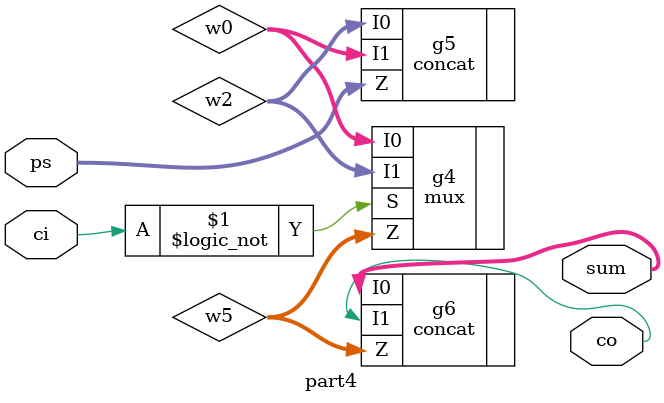
<source format=v>

module part2(res, ps2, ps1);
//: interface  /sz:(85, 40) /bd:[ Ti0>ps1[3:0](54/85) Ti1>ps2[3:0](19/85) Bo0<res[5:0](49/85) ]
input [3:0] ps1;    //: /sn:0 /dp:1 {0}(119,190)(154,190){1}
output [5:0] res;    //: /sn:0 {0}(382,190)(354,190){1}
input [3:0] ps2;    //: /sn:0 {0}(124,135)(154,135){1}
wire w7;    //: /sn:0 {0}(160,205)(170,205)(170,274)(338,274)(338,205)(348,205){1}
wire [1:0] w15;    //: /sn:0 /dp:1 {0}(160,132)(215,132){1}
//: {2}(219,132)(236,132){3}
//: {4}(217,134)(217,227)(259,227){5}
wire [1:0] w28;    //: /sn:0 /dp:1 {0}(160,139)(174,139)(174,152)(190,152){1}
//: {2}(194,152)(236,152){3}
//: {4}(192,154)(192,247)(259,247){5}
wire [1:0] w1;    //: /sn:0 /dp:1 {0}(348,195)(302,195)(302,237)(288,237){1}
wire w11;    //: /sn:0 {0}(160,175)(277,175)(277,94)(252,94)(252,119){1}
wire w2;    //: /sn:0 {0}(275,214)(275,195)(160,195){1}
wire w10;    //: /sn:0 {0}(160,185)(348,185){1}
wire [1:0] w13;    //: /sn:0 {0}(265,142)(297,142)(297,175)(348,175){1}
//: enddecls

  concat g4 (.I0(w7), .I1(w2), .I2(w10), .I3(w11), .Z(ps1));   //: @(155,190) /sn:0 /R:2 /w:[ 0 1 0 0 1 ] /dr:1
  //: joint g8 (w15) @(217, 132) /w:[ 2 -1 1 4 ]
  concat g3 (.I0(w7), .I1(w1), .I2(w10), .I3(w13), .Z(res));   //: @(353,190) /sn:0 /w:[ 1 0 1 1 1 ] /dr:0
  //: output g2 (res) @(379,190) /sn:0 /w:[ 0 ]
  //: input g1 (ps2) @(122,135) /sn:0 /w:[ 0 ]
  mux g6 (.I0(w15), .I1(w28), .S(!w11), .Z(w13));   //: @(252,142) /sn:0 /R:1 /w:[ 3 3 1 0 ]
  mux g7 (.I0(w15), .I1(w28), .S(!w2), .Z(w1));   //: @(275,237) /sn:0 /R:1 /w:[ 5 5 0 1 ]
  //: joint g9 (w28) @(192, 152) /w:[ 2 -1 1 4 ]
  concat g5 (.I0(w28), .I1(w15), .Z(ps2));   //: @(155,135) /sn:0 /R:2 /w:[ 0 0 1 ] /dr:1
  //: input g0 (ps1) @(117,190) /sn:0 /w:[ 0 ]

endmodule

module part3(res, ps1, ps2);
//: interface  /sz:(88, 40) /bd:[ Ti0>ps1[5:0](68/88) Ti1>ps2[5:0](21/88) Bo0<res[9:0](43/88) ]
input [5:0] ps1;    //: /sn:0 {0}(207,386)(155,386){1}
output [9:0] res;    //: /sn:0 /dp:1 {0}(430,304)(389,304){1}
input [5:0] ps2;    //: /sn:0 {0}(150,233)(191,233){1}
wire w6;    //: /sn:0 {0}(279,309)(279,298)(297,298)(297,391)(213,391){1}
wire [1:0] w4;    //: /sn:0 /dp:1 {0}(383,299)(355,299)(355,381)(213,381){1}
wire [1:0] w3;    //: /sn:0 {0}(213,401)(373,401)(373,319)(383,319){1}
wire [2:0] w1;    //: /sn:0 {0}(383,309)(314,309)(314,332)(292,332){1}
wire w12;    //: /sn:0 {0}(213,371)(304,371)(304,207)(278,207)(278,217){1}
wire [2:0] w11;    //: /sn:0 {0}(197,230)(227,230){1}
//: {2}(231,230)(262,230){3}
//: {4}(229,232)(229,322)(263,322){5}
wire [2:0] w2;    //: /sn:0 {0}(197,237)(242,237){1}
//: {2}(246,237)(256,237)(256,250)(262,250){3}
//: {4}(244,239)(244,342)(263,342){5}
wire [2:0] w5;    //: /sn:0 /dp:1 {0}(383,289)(314,289)(314,240)(291,240){1}
//: enddecls

  concat g4 (.I0(w2), .I1(w11), .Z(ps2));   //: @(192,233) /sn:0 /R:2 /w:[ 0 0 1 ] /dr:1
  concat g3 (.I0(w3), .I1(w1), .I2(w4), .I3(w5), .Z(res));   //: @(388,304) /sn:0 /w:[ 1 0 0 0 1 ] /dr:0
  //: output g2 (res) @(427,304) /sn:0 /w:[ 0 ]
  //: input g1 (ps1) @(153,386) /sn:0 /w:[ 1 ]
  //: joint g10 (w2) @(244, 237) /w:[ 2 -1 1 4 ]
  mux g6 (.I0(w11), .I1(w2), .S(!w6), .Z(w1));   //: @(279,332) /sn:0 /R:1 /w:[ 5 5 0 1 ]
  mux g7 (.I0(w11), .I1(w2), .S(!w12), .Z(w5));   //: @(278,240) /sn:0 /R:1 /w:[ 3 3 1 1 ]
  //: joint g9 (w11) @(229, 230) /w:[ 2 -1 1 4 ]
  concat g5 (.I0(w3), .I1(w6), .I2(w4), .I3(w12), .Z(ps1));   //: @(208,386) /sn:0 /R:2 /w:[ 0 1 1 0 0 ] /dr:1
  //: input g0 (ps2) @(148,233) /sn:0 /w:[ 0 ]

endmodule

module part1(c1, s0, c0, a0, s1, b0);
//: interface  /sz:(74, 43) /bd:[ Ti0>b0(18/74) Ti1>a0(51/74) Bo0<c1(9/74) Bo1<s1(26/74) Bo2<c0(48/74) Bo3<s0(65/74) ]
output s0;    //: /sn:0 /dp:1 {0}(265,203)(281,203){1}
//: {2}(285,203)(351,203){3}
//: {4}(283,205)(283,277)(298,277){5}
output c0;    //: /sn:0 /dp:1 {0}(265,241)(350,241){1}
output c1;    //: /sn:0 /dp:1 {0}(264,308)(352,308){1}
output s1;    //: /sn:0 {0}(351,277)(314,277){1}
input a0;    //: /sn:0 /dp:1 {0}(243,310)(205,310)(205,279){1}
//: {2}(205,275)(205,245){3}
//: {4}(207,243)(244,243){5}
//: {6}(205,241)(205,205)(244,205){7}
//: {8}(203,277)(176,277){9}
input b0;    //: /sn:0 {0}(172,238)(220,238){1}
//: {2}(224,238)(244,238){3}
//: {4}(222,236)(222,200)(244,200){5}
//: {6}(222,240)(222,305)(243,305){7}
//: enddecls

  and g8 (.I0(b0), .I1(a0), .Z(c0));   //: @(255,241) /sn:0 /w:[ 3 5 0 ]
  //: output g4 (c1) @(349,308) /sn:0 /w:[ 1 ]
  //: joint g13 (b0) @(222, 238) /w:[ 2 4 1 6 ]
  //: output g3 (s0) @(348,203) /sn:0 /w:[ 3 ]
  //: output g2 (c0) @(347,241) /sn:0 /w:[ 1 ]
  //: input g1 (a0) @(174,277) /sn:0 /w:[ 9 ]
  //: joint g11 (a0) @(205, 277) /w:[ -1 2 8 1 ]
  //: joint g10 (s0) @(283, 203) /w:[ 2 -1 1 4 ]
  xor g6 (.I0(b0), .I1(a0), .Z(s0));   //: @(255,203) /sn:0 /w:[ 5 7 0 ]
  not g7 (.I(s0), .Z(s1));   //: @(304,277) /sn:0 /w:[ 5 1 ]
  or g9 (.I0(b0), .I1(a0), .Z(c1));   //: @(254,308) /sn:0 /w:[ 7 0 0 ]
  //: output g5 (s1) @(348,277) /sn:0 /w:[ 0 ]
  //: input g0 (b0) @(170,238) /sn:0 /w:[ 0 ]
  //: joint g12 (a0) @(205, 243) /w:[ 4 6 -1 3 ]

endmodule

module main;    //: root_module
wire w32;    //: /sn:0 {0}(482,228)(482,212)(490,212)(490,199){1}
wire w6;    //: /sn:0 {0}(238,229)(238,210)(243,210)(243,200){1}
wire w7;    //: /sn:0 {0}(371,226)(371,212)(384,212)(384,198){1}
wire [3:0] w45;    //: /sn:0 {0}(451,107)(451,88){1}
wire w16;    //: /sn:0 {0}(460,154)(460,145)(347,145)(347,111){1}
wire w14;    //: /sn:0 {0}(463,395)(432,395)(432,413){1}
wire w15;    //: /sn:0 {0}(218,229)(218,211)(204,211)(204,200){1}
wire [9:0] w4;    //: /sn:0 {0}(324,409)(324,397)(394,397){1}
//: {2}(396,395)(396,380){3}
//: {4}(396,399)(396,413){5}
wire [3:0] w19;    //: /sn:0 {0}(432,474)(432,455){1}
wire w38;    //: /sn:0 {0}(607,227)(607,212)(601,212)(601,198){1}
wire [3:0] w3;    //: /sn:0 /dp:1 {0}(173,190)(186,190)(186,246)(231,246){1}
//: {2}(235,246)(254,246)(254,259){3}
//: {4}(233,244)(233,235){5}
wire w0;    //: /sn:0 /dp:1 {0}(246,155)(246,127)(436,127)(436,113){1}
wire w37;    //: /sn:0 {0}(617,227)(617,208)(623,208)(623,198){1}
wire w34;    //: /sn:0 {0}(462,228)(462,215)(451,215)(451,199){1}
wire w21;    //: /sn:0 {0}(341,226)(341,212)(328,212)(328,198){1}
wire w36;    //: /sn:0 {0}(627,227)(627,208)(640,208)(640,198){1}
wire w20;    //: /sn:0 {0}(493,154)(493,129)(456,129)(456,113){1}
wire w24;    //: /sn:0 {0}(396,476)(396,455){1}
wire w1;    //: /sn:0 /dp:1 {0}(370,153)(370,133)(446,133)(446,113){1}
wire w25;    //: /sn:0 /dp:1 {0}(357,111)(357,140)(593,140)(593,153){1}
wire [5:0] w18;    //: /sn:0 {0}(284,301)(284,322){1}
//: {2}(286,324)(374,324)(374,338){3}
//: {4}(282,324)(225,324)(225,275)(218,275){5}
wire [3:0] w40;    //: /sn:0 {0}(558,193)(565,193)(565,248){1}
//: {2}(567,250)(612,250)(612,233){3}
//: {4}(563,250)(543,250)(543,262){5}
wire [3:0] w35;    //: /sn:0 {0}(426,186)(437,186)(437,250)(475,250){1}
//: {2}(479,250)(508,250)(508,262){3}
//: {4}(477,248)(477,234){5}
wire w8;    //: /sn:0 /dp:1 {0}(213,155)(213,144)(327,144)(327,111){1}
wire [5:0] w17;    //: /sn:0 {0}(538,304)(538,322)(481,322){1}
//: {2}(479,320)(479,281)(464,281){3}
//: {4}(477,322)(421,322)(421,338){5}
wire [3:0] w22;    //: /sn:0 {0}(342,89)(342,105){1}
wire [3:0] w12;    //: /sn:0 {0}(301,185)(313,185)(313,245){1}
//: {2}(315,247)(356,247)(356,232){3}
//: {4}(311,247)(289,247)(289,259){5}
wire w11;    //: /sn:0 {0}(351,226)(351,207)(345,207)(345,198){1}
wire w2;    //: /sn:0 /dp:1 {0}(337,153)(337,111){1}
wire w10;    //: /sn:0 {0}(361,226)(361,208)(367,208)(367,198){1}
wire w13;    //: /sn:0 {0}(492,228)(492,215)(507,215)(507,199){1}
wire w33;    //: /sn:0 {0}(472,228)(472,211)(468,211)(468,199){1}
wire w5;    //: /sn:0 {0}(248,229)(248,213)(260,213)(260,200){1}
wire w9;    //: /sn:0 {0}(228,229)(228,209)(221,209)(221,200){1}
wire w39;    //: /sn:0 {0}(597,227)(597,213)(584,213)(584,198){1}
wire w26;    //: /sn:0 /dp:1 {0}(626,153)(626,124)(466,124)(466,113){1}
//: enddecls

  part1 g8 (.a0(w0), .b0(w8), .s0(w5), .c0(w6), .s1(w9), .c1(w15));   //: @(195, 156) /sz:(74, 43) /sn:0 /p:[ Ti0>0 Ti1>0 Bo0<1 Bo1<1 Bo2<1 Bo3<1 ]
  concat g13 (.I0(w5), .I1(w6), .I2(w9), .I3(w15), .Z(w3));   //: @(233,234) /sn:0 /R:3 /w:[ 0 0 0 0 5 ] /dr:1
  //: switch g34 (w14) @(481,395) /sn:0 /R:2 /w:[ 0 ] /st:0
  //: dip g37 (w22) @(342,79) /sn:0 /w:[ 0 ] /st:0
  concat g1 (.I0(w26), .I1(w20), .I2(w1), .I3(w0), .Z(w45));   //: @(451,108) /sn:0 /R:1 /w:[ 1 1 1 1 0 ] /dr:0
  part1 g11 (.a0(w20), .b0(w16), .s0(w13), .c0(w32), .s1(w33), .c1(w34));   //: @(442, 155) /sz:(74, 43) /sn:0 /p:[ Ti0>0 Ti1>0 Bo0<1 Bo1<1 Bo2<1 Bo3<1 ]
  concat g16 (.I0(w13), .I1(w32), .I2(w33), .I3(w34), .Z(w35));   //: @(477,233) /sn:0 /R:3 /w:[ 0 0 0 0 5 ] /dr:1
  led g10 (.I(w3));   //: @(166,190) /sn:0 /R:1 /w:[ 0 ] /type:1
  part3 g28 (.ps1(w17), .ps2(w18), .res(w4));   //: @(353, 339) /sz:(88, 40) /sn:0 /p:[ Ti0>5 Ti1>3 Bo0<3 ]
  led g27 (.I(w17));   //: @(457,281) /sn:0 /R:1 /w:[ 3 ] /type:1
  led g19 (.I(w40));   //: @(551,193) /sn:0 /R:1 /w:[ 0 ] /type:1
  part4 g32 (.ci(w14), .ps(w4), .co(w24), .sum(w19));   //: @(370, 414) /sz:(83, 40) /sn:0 /p:[ Ti0>1 Ti1>5 Bo0<1 Bo1<1 ]
  //: dip g38 (w45) @(451,78) /sn:0 /w:[ 1 ] /st:7
  part1 g9 (.a0(w1), .b0(w2), .s0(w7), .c0(w10), .s1(w11), .c1(w21));   //: @(319, 154) /sz:(74, 43) /sn:0 /p:[ Ti0>0 Ti1>0 Bo0<1 Bo1<1 Bo2<1 Bo3<1 ]
  part2 g20 (.ps2(w35), .ps1(w40), .res(w17));   //: @(489, 263) /sz:(85, 40) /sn:0 /p:[ Ti0>3 Ti1>5 Bo0<0 ]
  led g15 (.I(w12));   //: @(294,185) /sn:0 /R:1 /w:[ 0 ] /type:1
  led g31 (.I(w4));   //: @(324,416) /sn:0 /R:2 /w:[ 0 ] /type:1
  //: joint g25 (w3) @(233, 246) /w:[ 2 4 1 -1 ]
  led g17 (.I(w35));   //: @(419,186) /sn:0 /R:1 /w:[ 0 ] /type:1
  //: joint g29 (w17) @(479, 322) /w:[ 1 2 4 -1 ]
  concat g14 (.I0(w7), .I1(w10), .I2(w11), .I3(w21), .Z(w12));   //: @(356,231) /sn:0 /R:3 /w:[ 0 0 0 0 3 ] /dr:1
  //: joint g24 (w12) @(313, 247) /w:[ 2 1 4 -1 ]
  //: joint g21 (w40) @(565, 250) /w:[ 2 1 4 -1 ]
  led g36 (.I(w24));   //: @(396,483) /sn:0 /R:2 /w:[ 0 ] /type:0
  part2 g23 (.ps2(w3), .ps1(w12), .res(w18));   //: @(235, 260) /sz:(85, 40) /sn:0 /p:[ Ti0>3 Ti1>5 Bo0<0 ]
  led g26 (.I(w18));   //: @(211,275) /sn:0 /R:1 /w:[ 5 ] /type:1
  //: joint g22 (w35) @(477, 250) /w:[ 2 4 1 -1 ]
  led g35 (.I(w19));   //: @(432,481) /sn:0 /R:2 /w:[ 0 ] /type:1
  concat g0 (.I0(w25), .I1(w16), .I2(w2), .I3(w8), .Z(w22));   //: @(342,106) /sn:0 /R:1 /w:[ 0 1 1 1 1 ] /dr:0
  concat g18 (.I0(w36), .I1(w37), .I2(w38), .I3(w39), .Z(w40));   //: @(612,232) /sn:0 /R:3 /w:[ 0 0 0 0 3 ] /dr:1
  part1 g12 (.a0(w26), .b0(w25), .s0(w36), .c0(w37), .s1(w38), .c1(w39));   //: @(575, 154) /sz:(74, 43) /sn:0 /p:[ Ti0>0 Ti1>1 Bo0<1 Bo1<1 Bo2<1 Bo3<1 ]
  //: joint g30 (w18) @(284, 324) /w:[ 2 1 4 -1 ]
  //: joint g33 (w4) @(396, 397) /w:[ -1 2 1 4 ]

endmodule

module part4(co, sum, ci, ps);
//: interface  /sz:(40, 40) /bd:[ ]
output co;    //: /sn:0 {0}(307,253)(322,253)(322,216)(347,216){1}
input [9:0] ps;    //: /sn:0 {0}(127,258)(168,258){1}
input ci;    //: /sn:0 {0}(206,217)(254,217)(254,235){1}
output [3:0] sum;    //: /sn:0 {0}(307,263)(357,263)(357,262)(361,262){1}
wire [4:0] w0;    //: /sn:0 {0}(238,248)(211,248)(211,253)(174,253){1}
wire [4:0] w2;    //: /sn:0 {0}(174,263)(213,263)(213,268)(238,268){1}
wire [4:0] w5;    //: /sn:0 /dp:1 {0}(301,258)(267,258){1}
//: enddecls

  mux g4 (.I0(w0), .I1(w2), .S(!ci), .Z(w5));   //: @(254,258) /sn:0 /R:1 /w:[ 0 1 1 1 ]
  //: output g3 (co) @(344,216) /sn:0 /w:[ 1 ]
  //: output g2 (sum) @(358,262) /sn:0 /w:[ 1 ]
  //: input g1 (ci) @(204,217) /sn:0 /w:[ 0 ]
  concat g6 (.I0(sum), .I1(co), .Z(w5));   //: @(302,258) /sn:0 /R:2 /w:[ 0 0 0 ] /dr:1
  concat g5 (.I0(w2), .I1(w0), .Z(ps));   //: @(169,258) /sn:0 /R:2 /w:[ 0 1 1 ] /dr:1
  //: input g0 (ps) @(125,258) /sn:0 /w:[ 0 ]

endmodule

</source>
